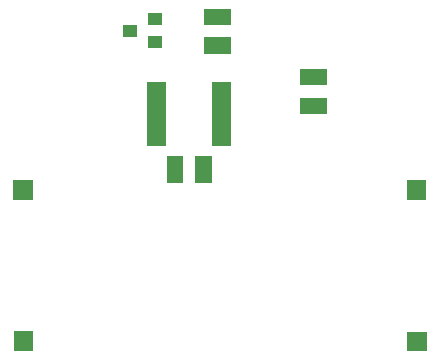
<source format=gbr>
G04 start of page 4 for group -4063 idx -4063
G04 Title: (unknown), componentmask *
G04 Creator: pcb 20080202 *
G04 CreationDate: Thu 01 Apr 2010 01:26:29 PM GMT UTC *
G04 For: ed *
G04 Format: Gerber/RS-274X *
G04 PCB-Dimensions: 162499 149999 *
G04 PCB-Coordinate-Origin: lower left *
%MOIN*%
%FSLAX24Y24*%
%LNFRONTMASK*%
%ADD11C,0.0200*%
%ADD27R,0.0361X0.0361*%
%ADD28R,0.0540X0.0540*%
%ADD29R,0.0400X0.0400*%
G54D11*G36*
X1217Y1942D02*Y1282D01*
X1877D01*
Y1942D01*
X1217D01*
G37*
G36*
X14318Y6976D02*Y6316D01*
X14978D01*
Y6976D01*
X14318D01*
G37*
G36*
X1216Y6987D02*Y6327D01*
X1876D01*
Y6987D01*
X1216D01*
G37*
G36*
X14332Y1938D02*Y1278D01*
X14992D01*
Y1938D01*
X14332D01*
G37*
G54D27*X8002Y8294D02*X8274D01*
X8002Y8550D02*X8274D01*
X8002Y8806D02*X8274D01*
X8002Y9062D02*X8274D01*
X8002Y9317D02*X8274D01*
X8002Y9573D02*X8274D01*
X8002Y9829D02*X8274D01*
X8002Y10085D02*X8274D01*
G54D28*X11020Y10416D02*X11380D01*
X11020Y9456D02*X11380D01*
G54D27*X5837Y9317D02*X6109D01*
X5837Y9062D02*X6109D01*
X5837Y8806D02*X6109D01*
X5837Y8550D02*X6109D01*
X5837Y10085D02*X6109D01*
X5837Y9829D02*X6109D01*
X5837Y9573D02*X6109D01*
X5837Y8294D02*X6109D01*
G54D28*X6589Y7507D02*Y7147D01*
X7549Y7507D02*Y7147D01*
G54D29*X5898Y11575D02*X5958D01*
X5898Y12355D02*X5958D01*
X5078Y11965D02*X5138D01*
G54D28*X7848Y12430D02*X8208D01*
X7848Y11470D02*X8208D01*
M02*

</source>
